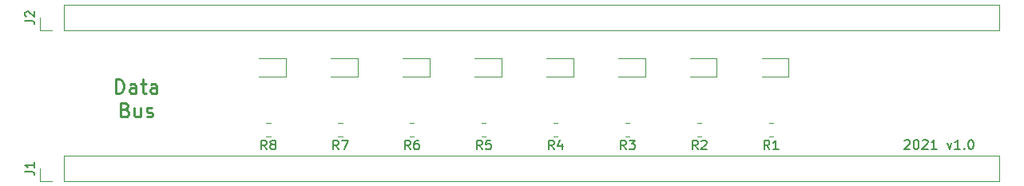
<source format=gto>
G04 #@! TF.GenerationSoftware,KiCad,Pcbnew,(5.1.9)-1*
G04 #@! TF.CreationDate,2021-10-03T21:12:03-04:00*
G04 #@! TF.ProjectId,bus-connect,6275732d-636f-46e6-9e65-63742e6b6963,rev?*
G04 #@! TF.SameCoordinates,Original*
G04 #@! TF.FileFunction,Legend,Top*
G04 #@! TF.FilePolarity,Positive*
%FSLAX46Y46*%
G04 Gerber Fmt 4.6, Leading zero omitted, Abs format (unit mm)*
G04 Created by KiCad (PCBNEW (5.1.9)-1) date 2021-10-03 21:12:03*
%MOMM*%
%LPD*%
G01*
G04 APERTURE LIST*
%ADD10C,0.150000*%
%ADD11C,0.250000*%
%ADD12C,0.120000*%
%ADD13O,1.700000X1.700000*%
%ADD14R,1.700000X1.700000*%
G04 APERTURE END LIST*
D10*
X182833333Y-93047619D02*
X182880952Y-93000000D01*
X182976190Y-92952380D01*
X183214285Y-92952380D01*
X183309523Y-93000000D01*
X183357142Y-93047619D01*
X183404761Y-93142857D01*
X183404761Y-93238095D01*
X183357142Y-93380952D01*
X182785714Y-93952380D01*
X183404761Y-93952380D01*
X184023809Y-92952380D02*
X184119047Y-92952380D01*
X184214285Y-93000000D01*
X184261904Y-93047619D01*
X184309523Y-93142857D01*
X184357142Y-93333333D01*
X184357142Y-93571428D01*
X184309523Y-93761904D01*
X184261904Y-93857142D01*
X184214285Y-93904761D01*
X184119047Y-93952380D01*
X184023809Y-93952380D01*
X183928571Y-93904761D01*
X183880952Y-93857142D01*
X183833333Y-93761904D01*
X183785714Y-93571428D01*
X183785714Y-93333333D01*
X183833333Y-93142857D01*
X183880952Y-93047619D01*
X183928571Y-93000000D01*
X184023809Y-92952380D01*
X184738095Y-93047619D02*
X184785714Y-93000000D01*
X184880952Y-92952380D01*
X185119047Y-92952380D01*
X185214285Y-93000000D01*
X185261904Y-93047619D01*
X185309523Y-93142857D01*
X185309523Y-93238095D01*
X185261904Y-93380952D01*
X184690476Y-93952380D01*
X185309523Y-93952380D01*
X186261904Y-93952380D02*
X185690476Y-93952380D01*
X185976190Y-93952380D02*
X185976190Y-92952380D01*
X185880952Y-93095238D01*
X185785714Y-93190476D01*
X185690476Y-93238095D01*
X187357142Y-93285714D02*
X187595238Y-93952380D01*
X187833333Y-93285714D01*
X188738095Y-93952380D02*
X188166666Y-93952380D01*
X188452380Y-93952380D02*
X188452380Y-92952380D01*
X188357142Y-93095238D01*
X188261904Y-93190476D01*
X188166666Y-93238095D01*
X189166666Y-93857142D02*
X189214285Y-93904761D01*
X189166666Y-93952380D01*
X189119047Y-93904761D01*
X189166666Y-93857142D01*
X189166666Y-93952380D01*
X189833333Y-92952380D02*
X189928571Y-92952380D01*
X190023809Y-93000000D01*
X190071428Y-93047619D01*
X190119047Y-93142857D01*
X190166666Y-93333333D01*
X190166666Y-93571428D01*
X190119047Y-93761904D01*
X190071428Y-93857142D01*
X190023809Y-93904761D01*
X189928571Y-93952380D01*
X189833333Y-93952380D01*
X189738095Y-93904761D01*
X189690476Y-93857142D01*
X189642857Y-93761904D01*
X189595238Y-93571428D01*
X189595238Y-93333333D01*
X189642857Y-93142857D01*
X189690476Y-93047619D01*
X189738095Y-93000000D01*
X189833333Y-92952380D01*
D11*
X99221428Y-88028571D02*
X99221428Y-86528571D01*
X99578571Y-86528571D01*
X99792857Y-86600000D01*
X99935714Y-86742857D01*
X100007142Y-86885714D01*
X100078571Y-87171428D01*
X100078571Y-87385714D01*
X100007142Y-87671428D01*
X99935714Y-87814285D01*
X99792857Y-87957142D01*
X99578571Y-88028571D01*
X99221428Y-88028571D01*
X101364285Y-88028571D02*
X101364285Y-87242857D01*
X101292857Y-87100000D01*
X101150000Y-87028571D01*
X100864285Y-87028571D01*
X100721428Y-87100000D01*
X101364285Y-87957142D02*
X101221428Y-88028571D01*
X100864285Y-88028571D01*
X100721428Y-87957142D01*
X100650000Y-87814285D01*
X100650000Y-87671428D01*
X100721428Y-87528571D01*
X100864285Y-87457142D01*
X101221428Y-87457142D01*
X101364285Y-87385714D01*
X101864285Y-87028571D02*
X102435714Y-87028571D01*
X102078571Y-86528571D02*
X102078571Y-87814285D01*
X102150000Y-87957142D01*
X102292857Y-88028571D01*
X102435714Y-88028571D01*
X103578571Y-88028571D02*
X103578571Y-87242857D01*
X103507142Y-87100000D01*
X103364285Y-87028571D01*
X103078571Y-87028571D01*
X102935714Y-87100000D01*
X103578571Y-87957142D02*
X103435714Y-88028571D01*
X103078571Y-88028571D01*
X102935714Y-87957142D01*
X102864285Y-87814285D01*
X102864285Y-87671428D01*
X102935714Y-87528571D01*
X103078571Y-87457142D01*
X103435714Y-87457142D01*
X103578571Y-87385714D01*
X100221428Y-89742857D02*
X100435714Y-89814285D01*
X100507142Y-89885714D01*
X100578571Y-90028571D01*
X100578571Y-90242857D01*
X100507142Y-90385714D01*
X100435714Y-90457142D01*
X100292857Y-90528571D01*
X99721428Y-90528571D01*
X99721428Y-89028571D01*
X100221428Y-89028571D01*
X100364285Y-89100000D01*
X100435714Y-89171428D01*
X100507142Y-89314285D01*
X100507142Y-89457142D01*
X100435714Y-89600000D01*
X100364285Y-89671428D01*
X100221428Y-89742857D01*
X99721428Y-89742857D01*
X101864285Y-89528571D02*
X101864285Y-90528571D01*
X101221428Y-89528571D02*
X101221428Y-90314285D01*
X101292857Y-90457142D01*
X101435714Y-90528571D01*
X101650000Y-90528571D01*
X101792857Y-90457142D01*
X101864285Y-90385714D01*
X102507142Y-90457142D02*
X102650000Y-90528571D01*
X102935714Y-90528571D01*
X103078571Y-90457142D01*
X103150000Y-90314285D01*
X103150000Y-90242857D01*
X103078571Y-90100000D01*
X102935714Y-90028571D01*
X102721428Y-90028571D01*
X102578571Y-89957142D01*
X102507142Y-89814285D01*
X102507142Y-89742857D01*
X102578571Y-89600000D01*
X102721428Y-89528571D01*
X102935714Y-89528571D01*
X103078571Y-89600000D01*
D12*
X91170000Y-81330000D02*
X91170000Y-80000000D01*
X92500000Y-81330000D02*
X91170000Y-81330000D01*
X93770000Y-81330000D02*
X93770000Y-78670000D01*
X93770000Y-78670000D02*
X192890000Y-78670000D01*
X93770000Y-81330000D02*
X192890000Y-81330000D01*
X192890000Y-81330000D02*
X192890000Y-78670000D01*
X91170000Y-97330000D02*
X91170000Y-96000000D01*
X92500000Y-97330000D02*
X91170000Y-97330000D01*
X93770000Y-97330000D02*
X93770000Y-94670000D01*
X93770000Y-94670000D02*
X192890000Y-94670000D01*
X93770000Y-97330000D02*
X192890000Y-97330000D01*
X192890000Y-97330000D02*
X192890000Y-94670000D01*
X115627064Y-91165000D02*
X115172936Y-91165000D01*
X115627064Y-92635000D02*
X115172936Y-92635000D01*
X123241349Y-91165000D02*
X122787221Y-91165000D01*
X123241349Y-92635000D02*
X122787221Y-92635000D01*
X130855634Y-91165000D02*
X130401506Y-91165000D01*
X130855634Y-92635000D02*
X130401506Y-92635000D01*
X138469919Y-91165000D02*
X138015791Y-91165000D01*
X138469919Y-92635000D02*
X138015791Y-92635000D01*
X146084204Y-91165000D02*
X145630076Y-91165000D01*
X146084204Y-92635000D02*
X145630076Y-92635000D01*
X153698489Y-91165000D02*
X153244361Y-91165000D01*
X153698489Y-92635000D02*
X153244361Y-92635000D01*
X161312774Y-91165000D02*
X160858646Y-91165000D01*
X161312774Y-92635000D02*
X160858646Y-92635000D01*
X168927064Y-91165000D02*
X168472936Y-91165000D01*
X168927064Y-92635000D02*
X168472936Y-92635000D01*
X117260000Y-84340000D02*
X114400000Y-84340000D01*
X117260000Y-86260000D02*
X117260000Y-84340000D01*
X114400000Y-86260000D02*
X117260000Y-86260000D01*
X124874285Y-84340000D02*
X122014285Y-84340000D01*
X124874285Y-86260000D02*
X124874285Y-84340000D01*
X122014285Y-86260000D02*
X124874285Y-86260000D01*
X132488570Y-84340000D02*
X129628570Y-84340000D01*
X132488570Y-86260000D02*
X132488570Y-84340000D01*
X129628570Y-86260000D02*
X132488570Y-86260000D01*
X140102855Y-84340000D02*
X137242855Y-84340000D01*
X140102855Y-86260000D02*
X140102855Y-84340000D01*
X137242855Y-86260000D02*
X140102855Y-86260000D01*
X147717140Y-84340000D02*
X144857140Y-84340000D01*
X147717140Y-86260000D02*
X147717140Y-84340000D01*
X144857140Y-86260000D02*
X147717140Y-86260000D01*
X155331425Y-84340000D02*
X152471425Y-84340000D01*
X155331425Y-86260000D02*
X155331425Y-84340000D01*
X152471425Y-86260000D02*
X155331425Y-86260000D01*
X162945710Y-84340000D02*
X160085710Y-84340000D01*
X162945710Y-86260000D02*
X162945710Y-84340000D01*
X160085710Y-86260000D02*
X162945710Y-86260000D01*
X170560000Y-84340000D02*
X167700000Y-84340000D01*
X170560000Y-86260000D02*
X170560000Y-84340000D01*
X167700000Y-86260000D02*
X170560000Y-86260000D01*
D10*
X89622380Y-80333333D02*
X90336666Y-80333333D01*
X90479523Y-80380952D01*
X90574761Y-80476190D01*
X90622380Y-80619047D01*
X90622380Y-80714285D01*
X89717619Y-79904761D02*
X89670000Y-79857142D01*
X89622380Y-79761904D01*
X89622380Y-79523809D01*
X89670000Y-79428571D01*
X89717619Y-79380952D01*
X89812857Y-79333333D01*
X89908095Y-79333333D01*
X90050952Y-79380952D01*
X90622380Y-79952380D01*
X90622380Y-79333333D01*
X89622380Y-96333333D02*
X90336666Y-96333333D01*
X90479523Y-96380952D01*
X90574761Y-96476190D01*
X90622380Y-96619047D01*
X90622380Y-96714285D01*
X90622380Y-95333333D02*
X90622380Y-95904761D01*
X90622380Y-95619047D02*
X89622380Y-95619047D01*
X89765238Y-95714285D01*
X89860476Y-95809523D01*
X89908095Y-95904761D01*
X115233333Y-94002380D02*
X114900000Y-93526190D01*
X114661904Y-94002380D02*
X114661904Y-93002380D01*
X115042857Y-93002380D01*
X115138095Y-93050000D01*
X115185714Y-93097619D01*
X115233333Y-93192857D01*
X115233333Y-93335714D01*
X115185714Y-93430952D01*
X115138095Y-93478571D01*
X115042857Y-93526190D01*
X114661904Y-93526190D01*
X115804761Y-93430952D02*
X115709523Y-93383333D01*
X115661904Y-93335714D01*
X115614285Y-93240476D01*
X115614285Y-93192857D01*
X115661904Y-93097619D01*
X115709523Y-93050000D01*
X115804761Y-93002380D01*
X115995238Y-93002380D01*
X116090476Y-93050000D01*
X116138095Y-93097619D01*
X116185714Y-93192857D01*
X116185714Y-93240476D01*
X116138095Y-93335714D01*
X116090476Y-93383333D01*
X115995238Y-93430952D01*
X115804761Y-93430952D01*
X115709523Y-93478571D01*
X115661904Y-93526190D01*
X115614285Y-93621428D01*
X115614285Y-93811904D01*
X115661904Y-93907142D01*
X115709523Y-93954761D01*
X115804761Y-94002380D01*
X115995238Y-94002380D01*
X116090476Y-93954761D01*
X116138095Y-93907142D01*
X116185714Y-93811904D01*
X116185714Y-93621428D01*
X116138095Y-93526190D01*
X116090476Y-93478571D01*
X115995238Y-93430952D01*
X122847618Y-94002380D02*
X122514285Y-93526190D01*
X122276189Y-94002380D02*
X122276189Y-93002380D01*
X122657142Y-93002380D01*
X122752380Y-93050000D01*
X122799999Y-93097619D01*
X122847618Y-93192857D01*
X122847618Y-93335714D01*
X122799999Y-93430952D01*
X122752380Y-93478571D01*
X122657142Y-93526190D01*
X122276189Y-93526190D01*
X123180951Y-93002380D02*
X123847618Y-93002380D01*
X123419046Y-94002380D01*
X130461903Y-94002380D02*
X130128570Y-93526190D01*
X129890474Y-94002380D02*
X129890474Y-93002380D01*
X130271427Y-93002380D01*
X130366665Y-93050000D01*
X130414284Y-93097619D01*
X130461903Y-93192857D01*
X130461903Y-93335714D01*
X130414284Y-93430952D01*
X130366665Y-93478571D01*
X130271427Y-93526190D01*
X129890474Y-93526190D01*
X131319046Y-93002380D02*
X131128570Y-93002380D01*
X131033331Y-93050000D01*
X130985712Y-93097619D01*
X130890474Y-93240476D01*
X130842855Y-93430952D01*
X130842855Y-93811904D01*
X130890474Y-93907142D01*
X130938093Y-93954761D01*
X131033331Y-94002380D01*
X131223808Y-94002380D01*
X131319046Y-93954761D01*
X131366665Y-93907142D01*
X131414284Y-93811904D01*
X131414284Y-93573809D01*
X131366665Y-93478571D01*
X131319046Y-93430952D01*
X131223808Y-93383333D01*
X131033331Y-93383333D01*
X130938093Y-93430952D01*
X130890474Y-93478571D01*
X130842855Y-93573809D01*
X138076188Y-94002380D02*
X137742855Y-93526190D01*
X137504759Y-94002380D02*
X137504759Y-93002380D01*
X137885712Y-93002380D01*
X137980950Y-93050000D01*
X138028569Y-93097619D01*
X138076188Y-93192857D01*
X138076188Y-93335714D01*
X138028569Y-93430952D01*
X137980950Y-93478571D01*
X137885712Y-93526190D01*
X137504759Y-93526190D01*
X138980950Y-93002380D02*
X138504759Y-93002380D01*
X138457140Y-93478571D01*
X138504759Y-93430952D01*
X138599997Y-93383333D01*
X138838093Y-93383333D01*
X138933331Y-93430952D01*
X138980950Y-93478571D01*
X139028569Y-93573809D01*
X139028569Y-93811904D01*
X138980950Y-93907142D01*
X138933331Y-93954761D01*
X138838093Y-94002380D01*
X138599997Y-94002380D01*
X138504759Y-93954761D01*
X138457140Y-93907142D01*
X145690473Y-94002380D02*
X145357140Y-93526190D01*
X145119044Y-94002380D02*
X145119044Y-93002380D01*
X145499997Y-93002380D01*
X145595235Y-93050000D01*
X145642854Y-93097619D01*
X145690473Y-93192857D01*
X145690473Y-93335714D01*
X145642854Y-93430952D01*
X145595235Y-93478571D01*
X145499997Y-93526190D01*
X145119044Y-93526190D01*
X146547616Y-93335714D02*
X146547616Y-94002380D01*
X146309520Y-92954761D02*
X146071425Y-93669047D01*
X146690473Y-93669047D01*
X153304758Y-94002380D02*
X152971425Y-93526190D01*
X152733329Y-94002380D02*
X152733329Y-93002380D01*
X153114282Y-93002380D01*
X153209520Y-93050000D01*
X153257139Y-93097619D01*
X153304758Y-93192857D01*
X153304758Y-93335714D01*
X153257139Y-93430952D01*
X153209520Y-93478571D01*
X153114282Y-93526190D01*
X152733329Y-93526190D01*
X153638091Y-93002380D02*
X154257139Y-93002380D01*
X153923805Y-93383333D01*
X154066663Y-93383333D01*
X154161901Y-93430952D01*
X154209520Y-93478571D01*
X154257139Y-93573809D01*
X154257139Y-93811904D01*
X154209520Y-93907142D01*
X154161901Y-93954761D01*
X154066663Y-94002380D01*
X153780948Y-94002380D01*
X153685710Y-93954761D01*
X153638091Y-93907142D01*
X160919043Y-94002380D02*
X160585710Y-93526190D01*
X160347614Y-94002380D02*
X160347614Y-93002380D01*
X160728567Y-93002380D01*
X160823805Y-93050000D01*
X160871424Y-93097619D01*
X160919043Y-93192857D01*
X160919043Y-93335714D01*
X160871424Y-93430952D01*
X160823805Y-93478571D01*
X160728567Y-93526190D01*
X160347614Y-93526190D01*
X161299995Y-93097619D02*
X161347614Y-93050000D01*
X161442852Y-93002380D01*
X161680948Y-93002380D01*
X161776186Y-93050000D01*
X161823805Y-93097619D01*
X161871424Y-93192857D01*
X161871424Y-93288095D01*
X161823805Y-93430952D01*
X161252376Y-94002380D01*
X161871424Y-94002380D01*
X168533333Y-94002380D02*
X168200000Y-93526190D01*
X167961904Y-94002380D02*
X167961904Y-93002380D01*
X168342857Y-93002380D01*
X168438095Y-93050000D01*
X168485714Y-93097619D01*
X168533333Y-93192857D01*
X168533333Y-93335714D01*
X168485714Y-93430952D01*
X168438095Y-93478571D01*
X168342857Y-93526190D01*
X167961904Y-93526190D01*
X169485714Y-94002380D02*
X168914285Y-94002380D01*
X169200000Y-94002380D02*
X169200000Y-93002380D01*
X169104761Y-93145238D01*
X169009523Y-93240476D01*
X168914285Y-93288095D01*
%LPC*%
D13*
X191560000Y-80000000D03*
X189020000Y-80000000D03*
X186480000Y-80000000D03*
X183940000Y-80000000D03*
X181400000Y-80000000D03*
X178860000Y-80000000D03*
X176320000Y-80000000D03*
X173780000Y-80000000D03*
X171240000Y-80000000D03*
X168700000Y-80000000D03*
X166160000Y-80000000D03*
X163620000Y-80000000D03*
X161080000Y-80000000D03*
X158540000Y-80000000D03*
X156000000Y-80000000D03*
X153460000Y-80000000D03*
X150920000Y-80000000D03*
X148380000Y-80000000D03*
X145840000Y-80000000D03*
X143300000Y-80000000D03*
X140760000Y-80000000D03*
X138220000Y-80000000D03*
X135680000Y-80000000D03*
X133140000Y-80000000D03*
X130600000Y-80000000D03*
X128060000Y-80000000D03*
X125520000Y-80000000D03*
X122980000Y-80000000D03*
X120440000Y-80000000D03*
X117900000Y-80000000D03*
X115360000Y-80000000D03*
X112820000Y-80000000D03*
X110280000Y-80000000D03*
X107740000Y-80000000D03*
X105200000Y-80000000D03*
X102660000Y-80000000D03*
X100120000Y-80000000D03*
X97580000Y-80000000D03*
X95040000Y-80000000D03*
D14*
X92500000Y-80000000D03*
D13*
X191560000Y-96000000D03*
X189020000Y-96000000D03*
X186480000Y-96000000D03*
X183940000Y-96000000D03*
X181400000Y-96000000D03*
X178860000Y-96000000D03*
X176320000Y-96000000D03*
X173780000Y-96000000D03*
X171240000Y-96000000D03*
X168700000Y-96000000D03*
X166160000Y-96000000D03*
X163620000Y-96000000D03*
X161080000Y-96000000D03*
X158540000Y-96000000D03*
X156000000Y-96000000D03*
X153460000Y-96000000D03*
X150920000Y-96000000D03*
X148380000Y-96000000D03*
X145840000Y-96000000D03*
X143300000Y-96000000D03*
X140760000Y-96000000D03*
X138220000Y-96000000D03*
X135680000Y-96000000D03*
X133140000Y-96000000D03*
X130600000Y-96000000D03*
X128060000Y-96000000D03*
X125520000Y-96000000D03*
X122980000Y-96000000D03*
X120440000Y-96000000D03*
X117900000Y-96000000D03*
X115360000Y-96000000D03*
X112820000Y-96000000D03*
X110280000Y-96000000D03*
X107740000Y-96000000D03*
X105200000Y-96000000D03*
X102660000Y-96000000D03*
X100120000Y-96000000D03*
X97580000Y-96000000D03*
X95040000Y-96000000D03*
D14*
X92500000Y-96000000D03*
G36*
G01*
X115000000Y-91449999D02*
X115000000Y-92350001D01*
G75*
G02*
X114750001Y-92600000I-249999J0D01*
G01*
X114049999Y-92600000D01*
G75*
G02*
X113800000Y-92350001I0J249999D01*
G01*
X113800000Y-91449999D01*
G75*
G02*
X114049999Y-91200000I249999J0D01*
G01*
X114750001Y-91200000D01*
G75*
G02*
X115000000Y-91449999I0J-249999D01*
G01*
G37*
G36*
G01*
X117000000Y-91449999D02*
X117000000Y-92350001D01*
G75*
G02*
X116750001Y-92600000I-249999J0D01*
G01*
X116049999Y-92600000D01*
G75*
G02*
X115800000Y-92350001I0J249999D01*
G01*
X115800000Y-91449999D01*
G75*
G02*
X116049999Y-91200000I249999J0D01*
G01*
X116750001Y-91200000D01*
G75*
G02*
X117000000Y-91449999I0J-249999D01*
G01*
G37*
G36*
G01*
X122614285Y-91449999D02*
X122614285Y-92350001D01*
G75*
G02*
X122364286Y-92600000I-249999J0D01*
G01*
X121664284Y-92600000D01*
G75*
G02*
X121414285Y-92350001I0J249999D01*
G01*
X121414285Y-91449999D01*
G75*
G02*
X121664284Y-91200000I249999J0D01*
G01*
X122364286Y-91200000D01*
G75*
G02*
X122614285Y-91449999I0J-249999D01*
G01*
G37*
G36*
G01*
X124614285Y-91449999D02*
X124614285Y-92350001D01*
G75*
G02*
X124364286Y-92600000I-249999J0D01*
G01*
X123664284Y-92600000D01*
G75*
G02*
X123414285Y-92350001I0J249999D01*
G01*
X123414285Y-91449999D01*
G75*
G02*
X123664284Y-91200000I249999J0D01*
G01*
X124364286Y-91200000D01*
G75*
G02*
X124614285Y-91449999I0J-249999D01*
G01*
G37*
G36*
G01*
X130228570Y-91449999D02*
X130228570Y-92350001D01*
G75*
G02*
X129978571Y-92600000I-249999J0D01*
G01*
X129278569Y-92600000D01*
G75*
G02*
X129028570Y-92350001I0J249999D01*
G01*
X129028570Y-91449999D01*
G75*
G02*
X129278569Y-91200000I249999J0D01*
G01*
X129978571Y-91200000D01*
G75*
G02*
X130228570Y-91449999I0J-249999D01*
G01*
G37*
G36*
G01*
X132228570Y-91449999D02*
X132228570Y-92350001D01*
G75*
G02*
X131978571Y-92600000I-249999J0D01*
G01*
X131278569Y-92600000D01*
G75*
G02*
X131028570Y-92350001I0J249999D01*
G01*
X131028570Y-91449999D01*
G75*
G02*
X131278569Y-91200000I249999J0D01*
G01*
X131978571Y-91200000D01*
G75*
G02*
X132228570Y-91449999I0J-249999D01*
G01*
G37*
G36*
G01*
X137842855Y-91449999D02*
X137842855Y-92350001D01*
G75*
G02*
X137592856Y-92600000I-249999J0D01*
G01*
X136892854Y-92600000D01*
G75*
G02*
X136642855Y-92350001I0J249999D01*
G01*
X136642855Y-91449999D01*
G75*
G02*
X136892854Y-91200000I249999J0D01*
G01*
X137592856Y-91200000D01*
G75*
G02*
X137842855Y-91449999I0J-249999D01*
G01*
G37*
G36*
G01*
X139842855Y-91449999D02*
X139842855Y-92350001D01*
G75*
G02*
X139592856Y-92600000I-249999J0D01*
G01*
X138892854Y-92600000D01*
G75*
G02*
X138642855Y-92350001I0J249999D01*
G01*
X138642855Y-91449999D01*
G75*
G02*
X138892854Y-91200000I249999J0D01*
G01*
X139592856Y-91200000D01*
G75*
G02*
X139842855Y-91449999I0J-249999D01*
G01*
G37*
G36*
G01*
X145457140Y-91449999D02*
X145457140Y-92350001D01*
G75*
G02*
X145207141Y-92600000I-249999J0D01*
G01*
X144507139Y-92600000D01*
G75*
G02*
X144257140Y-92350001I0J249999D01*
G01*
X144257140Y-91449999D01*
G75*
G02*
X144507139Y-91200000I249999J0D01*
G01*
X145207141Y-91200000D01*
G75*
G02*
X145457140Y-91449999I0J-249999D01*
G01*
G37*
G36*
G01*
X147457140Y-91449999D02*
X147457140Y-92350001D01*
G75*
G02*
X147207141Y-92600000I-249999J0D01*
G01*
X146507139Y-92600000D01*
G75*
G02*
X146257140Y-92350001I0J249999D01*
G01*
X146257140Y-91449999D01*
G75*
G02*
X146507139Y-91200000I249999J0D01*
G01*
X147207141Y-91200000D01*
G75*
G02*
X147457140Y-91449999I0J-249999D01*
G01*
G37*
G36*
G01*
X153071425Y-91449999D02*
X153071425Y-92350001D01*
G75*
G02*
X152821426Y-92600000I-249999J0D01*
G01*
X152121424Y-92600000D01*
G75*
G02*
X151871425Y-92350001I0J249999D01*
G01*
X151871425Y-91449999D01*
G75*
G02*
X152121424Y-91200000I249999J0D01*
G01*
X152821426Y-91200000D01*
G75*
G02*
X153071425Y-91449999I0J-249999D01*
G01*
G37*
G36*
G01*
X155071425Y-91449999D02*
X155071425Y-92350001D01*
G75*
G02*
X154821426Y-92600000I-249999J0D01*
G01*
X154121424Y-92600000D01*
G75*
G02*
X153871425Y-92350001I0J249999D01*
G01*
X153871425Y-91449999D01*
G75*
G02*
X154121424Y-91200000I249999J0D01*
G01*
X154821426Y-91200000D01*
G75*
G02*
X155071425Y-91449999I0J-249999D01*
G01*
G37*
G36*
G01*
X160685710Y-91449999D02*
X160685710Y-92350001D01*
G75*
G02*
X160435711Y-92600000I-249999J0D01*
G01*
X159735709Y-92600000D01*
G75*
G02*
X159485710Y-92350001I0J249999D01*
G01*
X159485710Y-91449999D01*
G75*
G02*
X159735709Y-91200000I249999J0D01*
G01*
X160435711Y-91200000D01*
G75*
G02*
X160685710Y-91449999I0J-249999D01*
G01*
G37*
G36*
G01*
X162685710Y-91449999D02*
X162685710Y-92350001D01*
G75*
G02*
X162435711Y-92600000I-249999J0D01*
G01*
X161735709Y-92600000D01*
G75*
G02*
X161485710Y-92350001I0J249999D01*
G01*
X161485710Y-91449999D01*
G75*
G02*
X161735709Y-91200000I249999J0D01*
G01*
X162435711Y-91200000D01*
G75*
G02*
X162685710Y-91449999I0J-249999D01*
G01*
G37*
G36*
G01*
X168300000Y-91449999D02*
X168300000Y-92350001D01*
G75*
G02*
X168050001Y-92600000I-249999J0D01*
G01*
X167349999Y-92600000D01*
G75*
G02*
X167100000Y-92350001I0J249999D01*
G01*
X167100000Y-91449999D01*
G75*
G02*
X167349999Y-91200000I249999J0D01*
G01*
X168050001Y-91200000D01*
G75*
G02*
X168300000Y-91449999I0J-249999D01*
G01*
G37*
G36*
G01*
X170300000Y-91449999D02*
X170300000Y-92350001D01*
G75*
G02*
X170050001Y-92600000I-249999J0D01*
G01*
X169349999Y-92600000D01*
G75*
G02*
X169100000Y-92350001I0J249999D01*
G01*
X169100000Y-91449999D01*
G75*
G02*
X169349999Y-91200000I249999J0D01*
G01*
X170050001Y-91200000D01*
G75*
G02*
X170300000Y-91449999I0J-249999D01*
G01*
G37*
G36*
G01*
X114950000Y-84849999D02*
X114950000Y-85750001D01*
G75*
G02*
X114700001Y-86000000I-249999J0D01*
G01*
X114049999Y-86000000D01*
G75*
G02*
X113800000Y-85750001I0J249999D01*
G01*
X113800000Y-84849999D01*
G75*
G02*
X114049999Y-84600000I249999J0D01*
G01*
X114700001Y-84600000D01*
G75*
G02*
X114950000Y-84849999I0J-249999D01*
G01*
G37*
G36*
G01*
X117000000Y-84849999D02*
X117000000Y-85750001D01*
G75*
G02*
X116750001Y-86000000I-249999J0D01*
G01*
X116099999Y-86000000D01*
G75*
G02*
X115850000Y-85750001I0J249999D01*
G01*
X115850000Y-84849999D01*
G75*
G02*
X116099999Y-84600000I249999J0D01*
G01*
X116750001Y-84600000D01*
G75*
G02*
X117000000Y-84849999I0J-249999D01*
G01*
G37*
G36*
G01*
X122564285Y-84849999D02*
X122564285Y-85750001D01*
G75*
G02*
X122314286Y-86000000I-249999J0D01*
G01*
X121664284Y-86000000D01*
G75*
G02*
X121414285Y-85750001I0J249999D01*
G01*
X121414285Y-84849999D01*
G75*
G02*
X121664284Y-84600000I249999J0D01*
G01*
X122314286Y-84600000D01*
G75*
G02*
X122564285Y-84849999I0J-249999D01*
G01*
G37*
G36*
G01*
X124614285Y-84849999D02*
X124614285Y-85750001D01*
G75*
G02*
X124364286Y-86000000I-249999J0D01*
G01*
X123714284Y-86000000D01*
G75*
G02*
X123464285Y-85750001I0J249999D01*
G01*
X123464285Y-84849999D01*
G75*
G02*
X123714284Y-84600000I249999J0D01*
G01*
X124364286Y-84600000D01*
G75*
G02*
X124614285Y-84849999I0J-249999D01*
G01*
G37*
G36*
G01*
X130178570Y-84849999D02*
X130178570Y-85750001D01*
G75*
G02*
X129928571Y-86000000I-249999J0D01*
G01*
X129278569Y-86000000D01*
G75*
G02*
X129028570Y-85750001I0J249999D01*
G01*
X129028570Y-84849999D01*
G75*
G02*
X129278569Y-84600000I249999J0D01*
G01*
X129928571Y-84600000D01*
G75*
G02*
X130178570Y-84849999I0J-249999D01*
G01*
G37*
G36*
G01*
X132228570Y-84849999D02*
X132228570Y-85750001D01*
G75*
G02*
X131978571Y-86000000I-249999J0D01*
G01*
X131328569Y-86000000D01*
G75*
G02*
X131078570Y-85750001I0J249999D01*
G01*
X131078570Y-84849999D01*
G75*
G02*
X131328569Y-84600000I249999J0D01*
G01*
X131978571Y-84600000D01*
G75*
G02*
X132228570Y-84849999I0J-249999D01*
G01*
G37*
G36*
G01*
X137792855Y-84849999D02*
X137792855Y-85750001D01*
G75*
G02*
X137542856Y-86000000I-249999J0D01*
G01*
X136892854Y-86000000D01*
G75*
G02*
X136642855Y-85750001I0J249999D01*
G01*
X136642855Y-84849999D01*
G75*
G02*
X136892854Y-84600000I249999J0D01*
G01*
X137542856Y-84600000D01*
G75*
G02*
X137792855Y-84849999I0J-249999D01*
G01*
G37*
G36*
G01*
X139842855Y-84849999D02*
X139842855Y-85750001D01*
G75*
G02*
X139592856Y-86000000I-249999J0D01*
G01*
X138942854Y-86000000D01*
G75*
G02*
X138692855Y-85750001I0J249999D01*
G01*
X138692855Y-84849999D01*
G75*
G02*
X138942854Y-84600000I249999J0D01*
G01*
X139592856Y-84600000D01*
G75*
G02*
X139842855Y-84849999I0J-249999D01*
G01*
G37*
G36*
G01*
X145407140Y-84849999D02*
X145407140Y-85750001D01*
G75*
G02*
X145157141Y-86000000I-249999J0D01*
G01*
X144507139Y-86000000D01*
G75*
G02*
X144257140Y-85750001I0J249999D01*
G01*
X144257140Y-84849999D01*
G75*
G02*
X144507139Y-84600000I249999J0D01*
G01*
X145157141Y-84600000D01*
G75*
G02*
X145407140Y-84849999I0J-249999D01*
G01*
G37*
G36*
G01*
X147457140Y-84849999D02*
X147457140Y-85750001D01*
G75*
G02*
X147207141Y-86000000I-249999J0D01*
G01*
X146557139Y-86000000D01*
G75*
G02*
X146307140Y-85750001I0J249999D01*
G01*
X146307140Y-84849999D01*
G75*
G02*
X146557139Y-84600000I249999J0D01*
G01*
X147207141Y-84600000D01*
G75*
G02*
X147457140Y-84849999I0J-249999D01*
G01*
G37*
G36*
G01*
X153021425Y-84849999D02*
X153021425Y-85750001D01*
G75*
G02*
X152771426Y-86000000I-249999J0D01*
G01*
X152121424Y-86000000D01*
G75*
G02*
X151871425Y-85750001I0J249999D01*
G01*
X151871425Y-84849999D01*
G75*
G02*
X152121424Y-84600000I249999J0D01*
G01*
X152771426Y-84600000D01*
G75*
G02*
X153021425Y-84849999I0J-249999D01*
G01*
G37*
G36*
G01*
X155071425Y-84849999D02*
X155071425Y-85750001D01*
G75*
G02*
X154821426Y-86000000I-249999J0D01*
G01*
X154171424Y-86000000D01*
G75*
G02*
X153921425Y-85750001I0J249999D01*
G01*
X153921425Y-84849999D01*
G75*
G02*
X154171424Y-84600000I249999J0D01*
G01*
X154821426Y-84600000D01*
G75*
G02*
X155071425Y-84849999I0J-249999D01*
G01*
G37*
G36*
G01*
X160635710Y-84849999D02*
X160635710Y-85750001D01*
G75*
G02*
X160385711Y-86000000I-249999J0D01*
G01*
X159735709Y-86000000D01*
G75*
G02*
X159485710Y-85750001I0J249999D01*
G01*
X159485710Y-84849999D01*
G75*
G02*
X159735709Y-84600000I249999J0D01*
G01*
X160385711Y-84600000D01*
G75*
G02*
X160635710Y-84849999I0J-249999D01*
G01*
G37*
G36*
G01*
X162685710Y-84849999D02*
X162685710Y-85750001D01*
G75*
G02*
X162435711Y-86000000I-249999J0D01*
G01*
X161785709Y-86000000D01*
G75*
G02*
X161535710Y-85750001I0J249999D01*
G01*
X161535710Y-84849999D01*
G75*
G02*
X161785709Y-84600000I249999J0D01*
G01*
X162435711Y-84600000D01*
G75*
G02*
X162685710Y-84849999I0J-249999D01*
G01*
G37*
G36*
G01*
X168250000Y-84849999D02*
X168250000Y-85750001D01*
G75*
G02*
X168000001Y-86000000I-249999J0D01*
G01*
X167349999Y-86000000D01*
G75*
G02*
X167100000Y-85750001I0J249999D01*
G01*
X167100000Y-84849999D01*
G75*
G02*
X167349999Y-84600000I249999J0D01*
G01*
X168000001Y-84600000D01*
G75*
G02*
X168250000Y-84849999I0J-249999D01*
G01*
G37*
G36*
G01*
X170300000Y-84849999D02*
X170300000Y-85750001D01*
G75*
G02*
X170050001Y-86000000I-249999J0D01*
G01*
X169399999Y-86000000D01*
G75*
G02*
X169150000Y-85750001I0J249999D01*
G01*
X169150000Y-84849999D01*
G75*
G02*
X169399999Y-84600000I249999J0D01*
G01*
X170050001Y-84600000D01*
G75*
G02*
X170300000Y-84849999I0J-249999D01*
G01*
G37*
M02*

</source>
